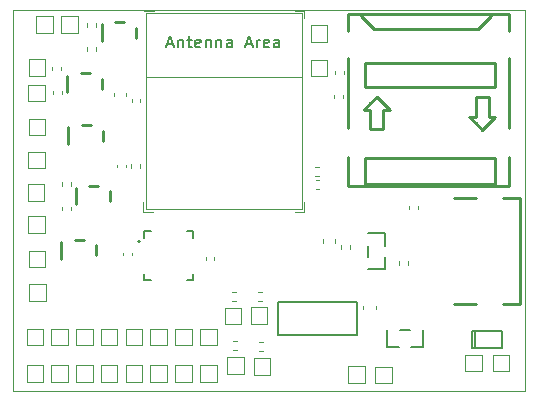
<source format=gbr>
%TF.GenerationSoftware,KiCad,Pcbnew,6.0.10-1.fc37*%
%TF.CreationDate,2023-01-07T19:36:43-08:00*%
%TF.ProjectId,data_logger_esp32c3,64617461-5f6c-46f6-9767-65725f657370,rev?*%
%TF.SameCoordinates,Original*%
%TF.FileFunction,Legend,Top*%
%TF.FilePolarity,Positive*%
%FSLAX46Y46*%
G04 Gerber Fmt 4.6, Leading zero omitted, Abs format (unit mm)*
G04 Created by KiCad (PCBNEW 6.0.10-1.fc37) date 2023-01-07 19:36:43*
%MOMM*%
%LPD*%
G01*
G04 APERTURE LIST*
%TA.AperFunction,Profile*%
%ADD10C,0.100000*%
%TD*%
%ADD11C,0.150000*%
%ADD12C,0.120000*%
%ADD13C,0.254000*%
%ADD14C,0.152400*%
%ADD15C,0.177800*%
%ADD16C,0.150012*%
G04 APERTURE END LIST*
D10*
X98856800Y-49606200D02*
X142138400Y-49606200D01*
X142138400Y-49606200D02*
X142138400Y-81864200D01*
X142138400Y-81864200D02*
X98856800Y-81864200D01*
X98856800Y-81864200D02*
X98856800Y-49606200D01*
D11*
%TO.C,U1*%
X111900295Y-52508066D02*
X112376485Y-52508066D01*
X111805057Y-52793780D02*
X112138390Y-51793780D01*
X112471723Y-52793780D01*
X112805057Y-52127114D02*
X112805057Y-52793780D01*
X112805057Y-52222352D02*
X112852676Y-52174733D01*
X112947914Y-52127114D01*
X113090771Y-52127114D01*
X113186009Y-52174733D01*
X113233628Y-52269971D01*
X113233628Y-52793780D01*
X113566961Y-52127114D02*
X113947914Y-52127114D01*
X113709819Y-51793780D02*
X113709819Y-52650923D01*
X113757438Y-52746161D01*
X113852676Y-52793780D01*
X113947914Y-52793780D01*
X114662200Y-52746161D02*
X114566961Y-52793780D01*
X114376485Y-52793780D01*
X114281247Y-52746161D01*
X114233628Y-52650923D01*
X114233628Y-52269971D01*
X114281247Y-52174733D01*
X114376485Y-52127114D01*
X114566961Y-52127114D01*
X114662200Y-52174733D01*
X114709819Y-52269971D01*
X114709819Y-52365209D01*
X114233628Y-52460447D01*
X115138390Y-52127114D02*
X115138390Y-52793780D01*
X115138390Y-52222352D02*
X115186009Y-52174733D01*
X115281247Y-52127114D01*
X115424104Y-52127114D01*
X115519342Y-52174733D01*
X115566961Y-52269971D01*
X115566961Y-52793780D01*
X116043152Y-52127114D02*
X116043152Y-52793780D01*
X116043152Y-52222352D02*
X116090771Y-52174733D01*
X116186009Y-52127114D01*
X116328866Y-52127114D01*
X116424104Y-52174733D01*
X116471723Y-52269971D01*
X116471723Y-52793780D01*
X117376485Y-52793780D02*
X117376485Y-52269971D01*
X117328866Y-52174733D01*
X117233628Y-52127114D01*
X117043152Y-52127114D01*
X116947914Y-52174733D01*
X117376485Y-52746161D02*
X117281247Y-52793780D01*
X117043152Y-52793780D01*
X116947914Y-52746161D01*
X116900295Y-52650923D01*
X116900295Y-52555685D01*
X116947914Y-52460447D01*
X117043152Y-52412828D01*
X117281247Y-52412828D01*
X117376485Y-52365209D01*
X118566961Y-52508066D02*
X119043152Y-52508066D01*
X118471723Y-52793780D02*
X118805057Y-51793780D01*
X119138390Y-52793780D01*
X119471723Y-52793780D02*
X119471723Y-52127114D01*
X119471723Y-52317590D02*
X119519342Y-52222352D01*
X119566961Y-52174733D01*
X119662200Y-52127114D01*
X119757438Y-52127114D01*
X120471723Y-52746161D02*
X120376485Y-52793780D01*
X120186009Y-52793780D01*
X120090771Y-52746161D01*
X120043152Y-52650923D01*
X120043152Y-52269971D01*
X120090771Y-52174733D01*
X120186009Y-52127114D01*
X120376485Y-52127114D01*
X120471723Y-52174733D01*
X120519342Y-52269971D01*
X120519342Y-52365209D01*
X120043152Y-52460447D01*
X121376485Y-52793780D02*
X121376485Y-52269971D01*
X121328866Y-52174733D01*
X121233628Y-52127114D01*
X121043152Y-52127114D01*
X120947914Y-52174733D01*
X121376485Y-52746161D02*
X121281247Y-52793780D01*
X121043152Y-52793780D01*
X120947914Y-52746161D01*
X120900295Y-52650923D01*
X120900295Y-52555685D01*
X120947914Y-52460447D01*
X121043152Y-52412828D01*
X121281247Y-52412828D01*
X121376485Y-52365209D01*
D12*
%TO.C,R18*%
X124458759Y-63983600D02*
X124766041Y-63983600D01*
X124458759Y-64743600D02*
X124766041Y-64743600D01*
%TO.C,R17*%
X124433359Y-62891400D02*
X124740641Y-62891400D01*
X124433359Y-63651400D02*
X124740641Y-63651400D01*
%TO.C,SDA1*%
X120590000Y-80481400D02*
X119190000Y-80481400D01*
X120590000Y-79081400D02*
X120590000Y-80481400D01*
X119190000Y-80481400D02*
X119190000Y-79081400D01*
X119190000Y-79081400D02*
X120590000Y-79081400D01*
%TO.C,SCL1*%
X118352800Y-80430600D02*
X116952800Y-80430600D01*
X118352800Y-79030600D02*
X118352800Y-80430600D01*
X116952800Y-80430600D02*
X116952800Y-79030600D01*
X116952800Y-79030600D02*
X118352800Y-79030600D01*
%TO.C,I2SP1*%
X100138000Y-69988200D02*
X101538000Y-69988200D01*
X100138000Y-71388200D02*
X100138000Y-69988200D01*
X101538000Y-69988200D02*
X101538000Y-71388200D01*
X101538000Y-71388200D02*
X100138000Y-71388200D01*
%TO.C,I2SN1*%
X100214200Y-72833000D02*
X101614200Y-72833000D01*
X100214200Y-74233000D02*
X100214200Y-72833000D01*
X101614200Y-72833000D02*
X101614200Y-74233000D01*
X101614200Y-74233000D02*
X100214200Y-74233000D01*
%TO.C,A4P1*%
X100087200Y-64374800D02*
X101487200Y-64374800D01*
X100087200Y-65774800D02*
X100087200Y-64374800D01*
X101487200Y-64374800D02*
X101487200Y-65774800D01*
X101487200Y-65774800D02*
X100087200Y-65774800D01*
%TO.C,A4N1*%
X100112600Y-67092600D02*
X101512600Y-67092600D01*
X100112600Y-68492600D02*
X100112600Y-67092600D01*
X101512600Y-67092600D02*
X101512600Y-68492600D01*
X101512600Y-68492600D02*
X100112600Y-68492600D01*
%TO.C,A3P1*%
X101563400Y-55183000D02*
X100163400Y-55183000D01*
X101563400Y-53783000D02*
X101563400Y-55183000D01*
X100163400Y-55183000D02*
X100163400Y-53783000D01*
X100163400Y-53783000D02*
X101563400Y-53783000D01*
%TO.C,A3N1*%
X100112600Y-55942000D02*
X101512600Y-55942000D01*
X100112600Y-57342000D02*
X100112600Y-55942000D01*
X101512600Y-55942000D02*
X101512600Y-57342000D01*
X101512600Y-57342000D02*
X100112600Y-57342000D01*
%TO.C,A2P1*%
X102906600Y-50150800D02*
X104306600Y-50150800D01*
X102906600Y-51550800D02*
X102906600Y-50150800D01*
X104306600Y-50150800D02*
X104306600Y-51550800D01*
X104306600Y-51550800D02*
X102906600Y-51550800D01*
%TO.C,A2N1*%
X100773000Y-50150800D02*
X102173000Y-50150800D01*
X100773000Y-51550800D02*
X100773000Y-50150800D01*
X102173000Y-50150800D02*
X102173000Y-51550800D01*
X102173000Y-51550800D02*
X100773000Y-51550800D01*
%TO.C,A0P1*%
X100138000Y-58837600D02*
X101538000Y-58837600D01*
X100138000Y-60237600D02*
X100138000Y-58837600D01*
X101538000Y-58837600D02*
X101538000Y-60237600D01*
X101538000Y-60237600D02*
X100138000Y-60237600D01*
%TO.C,A0N1*%
X100112600Y-61606200D02*
X101512600Y-61606200D01*
X100112600Y-63006200D02*
X100112600Y-61606200D01*
X101512600Y-61606200D02*
X101512600Y-63006200D01*
X101512600Y-63006200D02*
X100112600Y-63006200D01*
%TO.C,NRESET1*%
X120359400Y-76188800D02*
X118959400Y-76188800D01*
X120359400Y-74788800D02*
X120359400Y-76188800D01*
X118959400Y-76188800D02*
X118959400Y-74788800D01*
X118959400Y-74788800D02*
X120359400Y-74788800D01*
%TO.C,NINT1*%
X118149600Y-76214200D02*
X116749600Y-76214200D01*
X118149600Y-74814200D02*
X118149600Y-76214200D01*
X116749600Y-76214200D02*
X116749600Y-74814200D01*
X116749600Y-74814200D02*
X118149600Y-74814200D01*
D13*
%TO.C,U5*%
X107492813Y-50647944D02*
X108254813Y-50647944D01*
X109270813Y-51114542D02*
X109270813Y-51959321D01*
X106349813Y-50838444D02*
X106349813Y-52235444D01*
D12*
%TO.C,IO13*%
X111857656Y-77992200D02*
X110457656Y-77992200D01*
X110457656Y-76592200D02*
X111857656Y-76592200D01*
X110457656Y-77992200D02*
X110457656Y-76592200D01*
X111857656Y-76592200D02*
X111857656Y-77992200D01*
%TO.C,DC-1*%
X140857200Y-78802000D02*
X140857200Y-80202000D01*
X139457200Y-80202000D02*
X139457200Y-78802000D01*
X140857200Y-80202000D02*
X139457200Y-80202000D01*
X139457200Y-78802000D02*
X140857200Y-78802000D01*
%TO.C,DC+1*%
X137120400Y-78802000D02*
X138520400Y-78802000D01*
X137120400Y-80202000D02*
X137120400Y-78802000D01*
X138520400Y-80202000D02*
X137120400Y-80202000D01*
X138520400Y-78802000D02*
X138520400Y-80202000D01*
%TO.C,R4*%
X109600000Y-62967841D02*
X109600000Y-62660559D01*
X108840000Y-62967841D02*
X108840000Y-62660559D01*
%TO.C,C1*%
X108386200Y-62706364D02*
X108386200Y-62922036D01*
X107666200Y-62706364D02*
X107666200Y-62922036D01*
%TO.C,IO11*%
X107663028Y-77992200D02*
X106263028Y-77992200D01*
X107663028Y-76592200D02*
X107663028Y-77992200D01*
X106263028Y-77992200D02*
X106263028Y-76592200D01*
X106263028Y-76592200D02*
X107663028Y-76592200D01*
%TO.C,IO5*%
X111857656Y-81091000D02*
X110457656Y-81091000D01*
X110457656Y-81091000D02*
X110457656Y-79691000D01*
X110457656Y-79691000D02*
X111857656Y-79691000D01*
X111857656Y-79691000D02*
X111857656Y-81091000D01*
D13*
%TO.C,U4*%
X104622613Y-59360144D02*
X105384613Y-59360144D01*
X103479613Y-59550644D02*
X103479613Y-60947644D01*
X106400613Y-59826742D02*
X106400613Y-60671521D01*
D12*
%TO.C,R2*%
X131522200Y-70864759D02*
X131522200Y-71172041D01*
X132282200Y-70864759D02*
X132282200Y-71172041D01*
%TO.C,VIN1*%
X129475000Y-81218000D02*
X129475000Y-79818000D01*
X130875000Y-81218000D02*
X129475000Y-81218000D01*
X130875000Y-79818000D02*
X130875000Y-81218000D01*
X129475000Y-79818000D02*
X130875000Y-79818000D01*
%TO.C,C2*%
X107363800Y-56909580D02*
X107363800Y-56628420D01*
X108383800Y-56909580D02*
X108383800Y-56628420D01*
D13*
%TO.C,U8*%
X102895413Y-69278844D02*
X102895413Y-70675844D01*
X105816413Y-69554942D02*
X105816413Y-70399721D01*
X104038413Y-69088344D02*
X104800413Y-69088344D01*
D12*
%TO.C,R1*%
X126035800Y-57100441D02*
X126035800Y-56793159D01*
X126795800Y-57100441D02*
X126795800Y-56793159D01*
%TO.C,IO15*%
X114652286Y-76592200D02*
X116052286Y-76592200D01*
X114652286Y-77992200D02*
X114652286Y-76592200D01*
X116052286Y-76592200D02*
X116052286Y-77992200D01*
X116052286Y-77992200D02*
X114652286Y-77992200D01*
D13*
%TO.C,SD1*%
X128612011Y-62188935D02*
X139611989Y-62188935D01*
X137992155Y-56999944D02*
X139092000Y-56999944D01*
X139611989Y-56162023D02*
X128650873Y-56162023D01*
X140843000Y-49992109D02*
X127221640Y-49992109D01*
X140843000Y-51392106D02*
X140843000Y-49992109D01*
X140843000Y-59642128D02*
X140843000Y-53692102D01*
X130184195Y-59715204D02*
X129084375Y-59715204D01*
X139274652Y-50160536D02*
X138174882Y-51260306D01*
X139092000Y-56999944D02*
X139092000Y-58650944D01*
X129632989Y-56964358D02*
X130184195Y-57512973D01*
X127221640Y-49992109D02*
X140821791Y-49992109D01*
X137992155Y-58650944D02*
X137992155Y-56999944D01*
X137443489Y-58650944D02*
X137992155Y-58650944D01*
X130184195Y-57512973D02*
X130732835Y-58064204D01*
X128650873Y-56162023D02*
X128650873Y-54130023D01*
X127221640Y-62042123D02*
X127221640Y-64488829D01*
X129084375Y-58064204D02*
X128533195Y-58064204D01*
X128612011Y-64388829D02*
X128612011Y-62188935D01*
X129084375Y-57512973D02*
X129632989Y-56964358D01*
X139611989Y-54130023D02*
X139611989Y-56162023D01*
X129374798Y-51260306D02*
X128274724Y-50160282D01*
X127221640Y-64488829D02*
X140843000Y-64488829D01*
X139611989Y-64388829D02*
X128612011Y-64388829D01*
X139274652Y-50030184D02*
X139274652Y-50160536D01*
X130184195Y-58064204D02*
X130184195Y-59715204D01*
X129084375Y-59715204D02*
X129084375Y-58064204D01*
X138174882Y-51260306D02*
X129374798Y-51260306D01*
X128533195Y-58064204D02*
X129084375Y-57512973D01*
X139611989Y-62188935D02*
X139611989Y-64388829D01*
X127221640Y-49992109D02*
X127221640Y-51392106D01*
X138543335Y-59750713D02*
X137992155Y-59202098D01*
X128274724Y-50160282D02*
X128274724Y-50030184D01*
X128650873Y-54130023D02*
X139611989Y-54130023D01*
X130732835Y-58064204D02*
X130184195Y-58064204D01*
X137992155Y-59202098D02*
X137443489Y-58650944D01*
X140843000Y-64478847D02*
X140843000Y-62042123D01*
X139643155Y-58650944D02*
X139092000Y-59202098D01*
X139092000Y-59202098D02*
X138543335Y-59750713D01*
X127221640Y-53692102D02*
X127221640Y-59642128D01*
X139092000Y-58650944D02*
X139643155Y-58650944D01*
D12*
%TO.C,R12*%
X103758000Y-64209959D02*
X103758000Y-64517241D01*
X102998000Y-64209959D02*
X102998000Y-64517241D01*
%TO.C,R6*%
X102998000Y-66267359D02*
X102998000Y-66574641D01*
X103758000Y-66267359D02*
X103758000Y-66574641D01*
%TO.C,TX0*%
X124039400Y-52287400D02*
X124039400Y-50887400D01*
X125439400Y-52287400D02*
X124039400Y-52287400D01*
X125439400Y-50887400D02*
X125439400Y-52287400D01*
X124039400Y-50887400D02*
X125439400Y-50887400D01*
%TO.C,IO0*%
X99971086Y-81091000D02*
X99971086Y-79691000D01*
X101371086Y-81091000D02*
X99971086Y-81091000D01*
X101371086Y-79691000D02*
X101371086Y-81091000D01*
X99971086Y-79691000D02*
X101371086Y-79691000D01*
%TO.C,R16*%
X119990841Y-77699600D02*
X119683559Y-77699600D01*
X119990841Y-78459600D02*
X119683559Y-78459600D01*
%TO.C,IO1*%
X102068400Y-79691000D02*
X103468400Y-79691000D01*
X103468400Y-79691000D02*
X103468400Y-81091000D01*
X103468400Y-81091000D02*
X102068400Y-81091000D01*
X102068400Y-81091000D02*
X102068400Y-79691000D01*
%TO.C,R5*%
X102945200Y-56462959D02*
X102945200Y-56770241D01*
X102185200Y-56462959D02*
X102185200Y-56770241D01*
%TO.C,U1*%
X123462200Y-65891400D02*
X123462200Y-66691400D01*
X109862200Y-65891400D02*
X109862200Y-66691400D01*
X123462200Y-66691400D02*
X122662200Y-66691400D01*
X110062200Y-49891400D02*
X123262200Y-49891400D01*
X123262200Y-66491400D02*
X110062200Y-66491400D01*
X123262200Y-49891400D02*
X123262200Y-66491400D01*
X110062200Y-55291400D02*
X123262200Y-55291400D01*
X122712200Y-49691400D02*
X123462200Y-49691400D01*
X110737200Y-49691400D02*
X109887200Y-49691400D01*
X123462200Y-49691400D02*
X123462200Y-50291400D01*
X109862200Y-66691400D02*
X110662200Y-66691400D01*
X110062200Y-66491400D02*
X110062200Y-49891400D01*
%TO.C,3V3*%
X127214400Y-79767200D02*
X128614400Y-79767200D01*
X128614400Y-79767200D02*
X128614400Y-81167200D01*
X127214400Y-81167200D02*
X127214400Y-79767200D01*
X128614400Y-81167200D02*
X127214400Y-81167200D01*
%TO.C,R11*%
X102159800Y-54430959D02*
X102159800Y-54738241D01*
X102919800Y-54430959D02*
X102919800Y-54738241D01*
%TO.C,IO6*%
X113954970Y-79691000D02*
X113954970Y-81091000D01*
X112554970Y-81091000D02*
X112554970Y-79691000D01*
X112554970Y-79691000D02*
X113954970Y-79691000D01*
X113954970Y-81091000D02*
X112554970Y-81091000D01*
%TO.C,IO3*%
X107663028Y-81091000D02*
X106263028Y-81091000D01*
X106263028Y-81091000D02*
X106263028Y-79691000D01*
X107663028Y-79691000D02*
X107663028Y-81091000D01*
X106263028Y-79691000D02*
X107663028Y-79691000D01*
%TO.C,C5*%
X128496600Y-74968980D02*
X128496600Y-74687820D01*
X129516600Y-74968980D02*
X129516600Y-74687820D01*
%TO.C,R10*%
X105815400Y-50722559D02*
X105815400Y-51029841D01*
X105055400Y-50722559D02*
X105055400Y-51029841D01*
D14*
%TO.C,U9*%
X133530010Y-76712223D02*
X133530010Y-78164645D01*
X130477590Y-78164645D02*
X131509211Y-78164645D01*
X130477590Y-76712223D02*
X130477590Y-78164645D01*
X131548403Y-76712223D02*
X132459197Y-76712223D01*
X133530010Y-78164645D02*
X132498389Y-78164645D01*
D12*
%TO.C,R15*%
X117372159Y-74294000D02*
X117679441Y-74294000D01*
X117372159Y-73534000D02*
X117679441Y-73534000D01*
D13*
%TO.C,U6*%
X104571813Y-54991344D02*
X105333813Y-54991344D01*
X106349813Y-55457942D02*
X106349813Y-56302721D01*
X103428813Y-55181844D02*
X103428813Y-56578844D01*
D12*
%TO.C,R8*%
X117755641Y-77648800D02*
X117448359Y-77648800D01*
X117755641Y-78408800D02*
X117448359Y-78408800D01*
D15*
%TO.C,D1*%
X137649255Y-76795401D02*
X140199262Y-76795401D01*
X137649255Y-76795401D02*
X137649255Y-78195399D01*
X137649255Y-78195399D02*
X140199262Y-78195399D01*
X137899242Y-76795401D02*
X137899242Y-78195399D01*
X140199262Y-76795401D02*
X140199262Y-78195399D01*
D12*
%TO.C,RX0*%
X124039400Y-55233800D02*
X124039400Y-53833800D01*
X125439400Y-53833800D02*
X125439400Y-55233800D01*
X124039400Y-53833800D02*
X125439400Y-53833800D01*
X125439400Y-55233800D02*
X124039400Y-55233800D01*
D13*
%TO.C,U7*%
X105283013Y-64490944D02*
X106045013Y-64490944D01*
X107061013Y-64957542D02*
X107061013Y-65802321D01*
X104140013Y-64681444D02*
X104140013Y-66078444D01*
D14*
%TO.C,U2*%
X121260794Y-77098697D02*
X121260794Y-74355903D01*
X127913206Y-74355903D02*
X127913206Y-77098697D01*
X121260794Y-74355903D02*
X127913206Y-74355903D01*
X127913206Y-77098697D02*
X121260794Y-77098697D01*
%TO.C,U11*%
X113516512Y-72510396D02*
X114090196Y-72510396D01*
X110511488Y-68358004D02*
X109937804Y-68358004D01*
X114090196Y-68358004D02*
X114090196Y-68931688D01*
X110511488Y-72510396D02*
X109937804Y-72510396D01*
X109937804Y-68358004D02*
X109937804Y-68931688D01*
X114090196Y-72510396D02*
X114090196Y-71936712D01*
X113516512Y-68358004D02*
X114090196Y-68358004D01*
X109937804Y-72510396D02*
X109937804Y-71936712D01*
D16*
X109548930Y-69234304D02*
G75*
G03*
X109548930Y-69234304I-74930J0D01*
G01*
D12*
%TO.C,C3*%
X108860000Y-57410236D02*
X108860000Y-57194564D01*
X109580000Y-57410236D02*
X109580000Y-57194564D01*
%TO.C,R3*%
X126821200Y-54761159D02*
X126821200Y-55068441D01*
X126061200Y-54761159D02*
X126061200Y-55068441D01*
%TO.C,IO10*%
X105565714Y-77992200D02*
X104165714Y-77992200D01*
X104165714Y-76592200D02*
X105565714Y-76592200D01*
X104165714Y-77992200D02*
X104165714Y-76592200D01*
X105565714Y-76592200D02*
X105565714Y-77992200D01*
%TO.C,R14*%
X119556559Y-73508600D02*
X119863841Y-73508600D01*
X119556559Y-74268600D02*
X119863841Y-74268600D01*
%TO.C,C4*%
X126062200Y-69304780D02*
X126062200Y-69023620D01*
X125042200Y-69304780D02*
X125042200Y-69023620D01*
D13*
%TO.C,USB-C1*%
X138043082Y-74471378D02*
X136180170Y-74471378D01*
X141761464Y-65531390D02*
X141761464Y-74471378D01*
X138043437Y-65531390D02*
X136179814Y-65531390D01*
X141761464Y-74471378D02*
X140280161Y-74471378D01*
X141761464Y-65531390D02*
X140279806Y-65531390D01*
D14*
%TO.C,U10*%
X130336245Y-71579410D02*
X130336245Y-70547789D01*
X128883823Y-70508597D02*
X128883823Y-69597803D01*
X128883823Y-68526990D02*
X130336245Y-68526990D01*
X128883823Y-71579410D02*
X130336245Y-71579410D01*
X130336245Y-68526990D02*
X130336245Y-69558611D01*
D12*
%TO.C,R9*%
X126620000Y-69518559D02*
X126620000Y-69825841D01*
X127380000Y-69518559D02*
X127380000Y-69825841D01*
%TO.C,R13*%
X105055400Y-52754559D02*
X105055400Y-53061841D01*
X105815400Y-52754559D02*
X105815400Y-53061841D01*
%TO.C,IO9*%
X102068400Y-76592200D02*
X103468400Y-76592200D01*
X103468400Y-76592200D02*
X103468400Y-77992200D01*
X103468400Y-77992200D02*
X102068400Y-77992200D01*
X102068400Y-77992200D02*
X102068400Y-76592200D01*
%TO.C,IO8*%
X101371086Y-77992200D02*
X99971086Y-77992200D01*
X99971086Y-77992200D02*
X99971086Y-76592200D01*
X101371086Y-76592200D02*
X101371086Y-77992200D01*
X99971086Y-76592200D02*
X101371086Y-76592200D01*
%TO.C,C7*%
X108868800Y-70389636D02*
X108868800Y-70173964D01*
X108148800Y-70389636D02*
X108148800Y-70173964D01*
%TO.C,R7*%
X133120400Y-66191159D02*
X133120400Y-66498441D01*
X132360400Y-66191159D02*
X132360400Y-66498441D01*
%TO.C,IO2*%
X105565714Y-81091000D02*
X104165714Y-81091000D01*
X104165714Y-81091000D02*
X104165714Y-79691000D01*
X105565714Y-79691000D02*
X105565714Y-81091000D01*
X104165714Y-79691000D02*
X105565714Y-79691000D01*
%TO.C,IO4*%
X109760342Y-81091000D02*
X108360342Y-81091000D01*
X108360342Y-79691000D02*
X109760342Y-79691000D01*
X108360342Y-81091000D02*
X108360342Y-79691000D01*
X109760342Y-79691000D02*
X109760342Y-81091000D01*
%TO.C,C6*%
X115853800Y-70554964D02*
X115853800Y-70770636D01*
X115133800Y-70554964D02*
X115133800Y-70770636D01*
%TO.C,IO14*%
X112554970Y-76592200D02*
X113954970Y-76592200D01*
X113954970Y-76592200D02*
X113954970Y-77992200D01*
X113954970Y-77992200D02*
X112554970Y-77992200D01*
X112554970Y-77992200D02*
X112554970Y-76592200D01*
%TO.C,IO7*%
X116052286Y-79691000D02*
X116052286Y-81091000D01*
X116052286Y-81091000D02*
X114652286Y-81091000D01*
X114652286Y-81091000D02*
X114652286Y-79691000D01*
X114652286Y-79691000D02*
X116052286Y-79691000D01*
%TO.C,IO12*%
X109760342Y-77992200D02*
X108360342Y-77992200D01*
X108360342Y-76592200D02*
X109760342Y-76592200D01*
X109760342Y-76592200D02*
X109760342Y-77992200D01*
X108360342Y-77992200D02*
X108360342Y-76592200D01*
%TD*%
M02*

</source>
